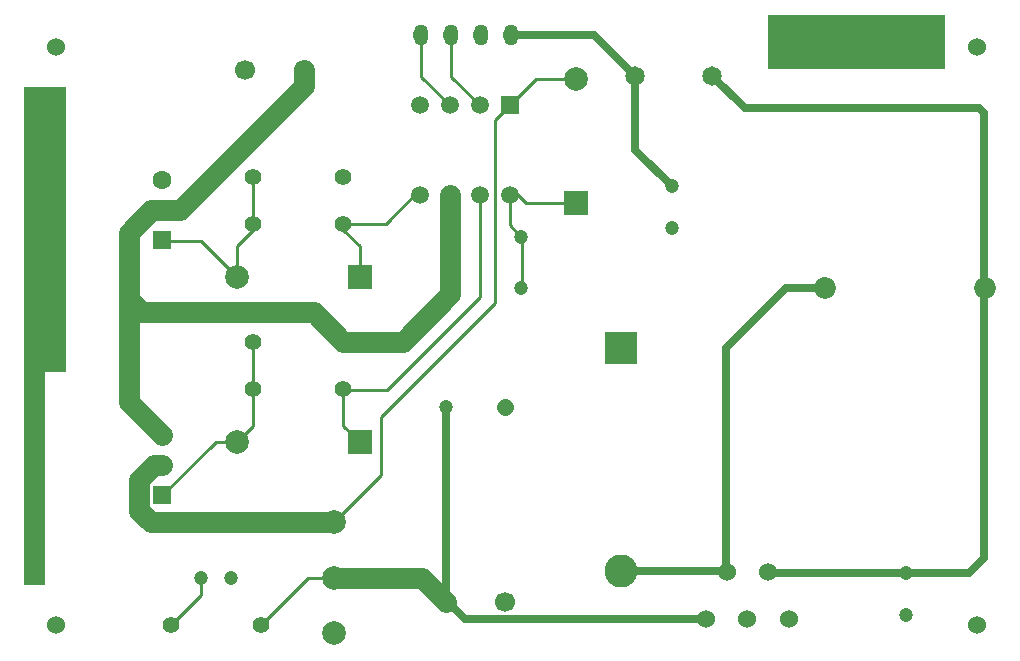
<source format=gtl>
%FSTAX23Y23*%
%MOIN*%
%SFA1B1*%

%IPPOS*%
%ADD13C,0.010000*%
%ADD35C,0.027000*%
%ADD36C,0.070000*%
%ADD37C,0.055000*%
%ADD38C,0.060000*%
%ADD39C,0.078740*%
%ADD40C,0.055120*%
%ADD41C,0.062990*%
%ADD42R,0.062990X0.062990*%
%ADD43O,0.050000X0.070000*%
%ADD44C,0.064960*%
%ADD45C,0.072840*%
%ADD46C,0.066930*%
%ADD47R,0.059060X0.059060*%
%ADD48C,0.059060*%
%ADD49R,0.110240X0.110240*%
%ADD50C,0.110240*%
%ADD51R,0.078740X0.078740*%
%ADD52R,0.078740X0.078740*%
%ADD53C,0.047240*%
%LNpcb1-1*%
%LPD*%
G36*
X0027Y0098D02*
X002D01*
Y0027*
X0013*
Y0193*
X0027*
Y0098*
G37*
G36*
X032Y0217D02*
Y0199D01*
X0261*
Y0217*
X032*
G37*
G54D13*
X01194Y00925D02*
X01199Y0092D01*
X0134D02*
X0165Y0123D01*
X01199Y0092D02*
X0134D01*
X0165Y0157D02*
Y01578D01*
Y0123D02*
Y0157D01*
X01076Y00295D02*
X01162D01*
Y0048D02*
X0132Y00637D01*
Y0083*
X00839Y00749D02*
X00894Y00803D01*
X00769Y00749D02*
X00839D01*
X00838Y00748D02*
X00839Y00749D01*
X0059Y0057D02*
X00769Y00749D01*
X017Y0121D02*
Y0182D01*
X0132Y0083D02*
X017Y0121D01*
X0059Y0142D02*
X00592Y01417D01*
X0072*
X01754Y01594D02*
X01803Y01546D01*
X01969*
X01336Y01476D02*
X01454Y01594D01*
X01194Y01476D02*
X01336D01*
X0175Y0187D02*
X01837Y01957D01*
X01969*
X0072Y01417D02*
X00838Y01299D01*
X00918Y00137D02*
X01076Y00295D01*
X01454Y01965D02*
X0155Y0187D01*
X01454Y01965D02*
Y02106D01*
X0155Y0187D02*
D01*
X0165Y01578D02*
X01654Y01583D01*
X017Y0182D02*
X0175Y0187D01*
X01554Y01965D02*
X0165Y0187D01*
X01554Y01965D02*
Y02106D01*
X00618Y00137D02*
X00718Y00237D01*
Y00295*
X0179Y0143D02*
D01*
Y01252D02*
Y0143D01*
X0175Y0147D02*
Y0157D01*
Y0147D02*
X01787Y01432D01*
X01654Y01583D02*
Y01594D01*
X00894Y01476D02*
Y01633D01*
Y01062D02*
D01*
Y00925D02*
Y01062D01*
X01194Y00803D02*
Y00905D01*
Y00803D02*
X0125Y00748D01*
Y01299D02*
Y014D01*
X01194Y01456D02*
X0125Y014D01*
X00894Y00803D02*
Y00905D01*
X00838Y014D02*
X00894Y01456D01*
X00838Y01299D02*
Y014D01*
G54D35*
X02422Y01968D02*
X02531Y0186D01*
X0333Y01261D02*
Y01844D01*
X03314Y0186D02*
X0333Y01844D01*
X02531Y0186D02*
X03314D01*
X0267Y0126D02*
X028D01*
X0307Y0031D02*
X0328D01*
X02623D02*
X0307D01*
X0328D02*
X0333Y0036D01*
Y01258*
X01541Y00216D02*
X016Y00157D01*
X01536Y00216D02*
Y00866D01*
X016Y00157D02*
X02402D01*
X0247Y00316D02*
X02471Y00314D01*
X02469Y00317D02*
X0247Y00316D01*
X0212Y00319D02*
X02122Y00317D01*
X02469*
X0212Y00319D02*
X0212Y0032D01*
X0247Y00316D02*
Y0106D01*
X0267Y0126*
X0333Y01261D02*
X03331Y0126D01*
X0333Y01258D02*
X03331Y0126D01*
X01754Y02106D02*
X02028D01*
X02166Y01968*
X0229Y016D02*
D01*
X02166Y01723D02*
Y01968D01*
Y01723D02*
X0229Y016D01*
G54D36*
X01457Y00295D02*
X01536Y00216D01*
X01162Y00295D02*
X01457D01*
X00553Y0048D02*
X01162D01*
X00513Y00519D02*
Y0062D01*
X00563Y0067*
X00513Y00519D02*
X00553Y0048D01*
X00563Y0067D02*
X0059D01*
X0048Y0088D02*
X0059Y0077D01*
X0048Y0088D02*
Y01221D01*
X01064Y01934D02*
Y01988D01*
X0065Y0152D02*
X01064Y01934D01*
X00553Y0152D02*
X0065D01*
X0048Y01446D02*
X00553Y0152D01*
X0048Y01221D02*
Y01446D01*
X00521Y0118D02*
X01097D01*
X0048Y01221D02*
X00521Y0118D01*
X01097D02*
X01194Y01082D01*
X0155Y0126D02*
Y0143D01*
Y0157*
Y0124D02*
Y0126D01*
X01392Y01082D02*
X0155Y0124D01*
X01194Y01082D02*
X01392D01*
G54D37*
X01733Y00866D02*
D01*
X0059Y0077D02*
Y00772D01*
G54D38*
X02678Y00157D03*
X02609Y00314D03*
X0254Y00157D03*
X02471Y00314D03*
X02402Y00157D03*
X03307Y00137D03*
Y02066D03*
X00236D03*
Y00137D03*
G54D39*
X01162Y0048D03*
Y00295D03*
Y0011D03*
X00838Y01299D03*
X01969Y01957D03*
X00838Y00748D03*
G54D40*
X00894Y01476D03*
X01194D03*
X00894Y01633D03*
X01194D03*
X00894Y01082D03*
X01194D03*
X00894Y00925D03*
X01194D03*
X00918Y00137D03*
X00618D03*
G54D41*
X0059Y0162D03*
Y0152D03*
Y0077D03*
Y0067D03*
G54D42*
X0059Y0142D03*
Y0057D03*
G54D43*
X01554Y02106D03*
X01654D03*
X01754D03*
X01454D03*
G54D44*
X02422Y01968D03*
X02166D03*
G54D45*
X028Y0126D03*
X03331D03*
G54D46*
X00867Y01988D03*
X01064D03*
X01733Y00216D03*
X01536D03*
G54D47*
X0175Y0187D03*
G54D48*
X0165Y0187D03*
X0155D03*
X0145D03*
X0175Y0157D03*
X0165D03*
X0155D03*
X0145D03*
G54D49*
X0212Y0106D03*
G54D50*
X0212Y00319D03*
G54D51*
X0125Y01299D03*
Y00748D03*
G54D52*
X01969Y01546D03*
G54D53*
X00718Y00295D03*
X00818D03*
X01786Y0143D03*
X0155D03*
X01786Y0126D03*
X0155D03*
X0229Y01462D03*
Y016D03*
X0307Y0031D03*
Y00172D03*
X01536Y00866D03*
X01733D03*
M02*
</source>
